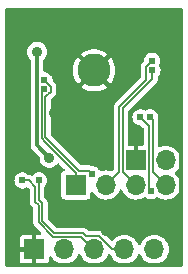
<source format=gbr>
%TF.GenerationSoftware,KiCad,Pcbnew,8.0.5*%
%TF.CreationDate,2025-07-05T11:02:35+01:00*%
%TF.ProjectId,sdrr wifi rev a,73647272-2077-4696-9669-207265762061,rev?*%
%TF.SameCoordinates,Original*%
%TF.FileFunction,Copper,L2,Bot*%
%TF.FilePolarity,Positive*%
%FSLAX46Y46*%
G04 Gerber Fmt 4.6, Leading zero omitted, Abs format (unit mm)*
G04 Created by KiCad (PCBNEW 8.0.5) date 2025-07-05 11:02:35*
%MOMM*%
%LPD*%
G01*
G04 APERTURE LIST*
%TA.AperFunction,ComponentPad*%
%ADD10R,1.700000X1.700000*%
%TD*%
%TA.AperFunction,ComponentPad*%
%ADD11O,1.700000X1.700000*%
%TD*%
%TA.AperFunction,ComponentPad*%
%ADD12C,2.800000*%
%TD*%
%TA.AperFunction,ViaPad*%
%ADD13C,0.914400*%
%TD*%
%TA.AperFunction,ViaPad*%
%ADD14C,0.609600*%
%TD*%
%TA.AperFunction,Conductor*%
%ADD15C,0.304800*%
%TD*%
%TA.AperFunction,Conductor*%
%ADD16C,0.152400*%
%TD*%
G04 APERTURE END LIST*
D10*
%TO.P,J3,1,Pin_1*%
%TO.N,GND*%
X60299600Y-63830200D03*
D11*
%TO.P,J3,2,Pin_2*%
%TO.N,+5V*%
X62839600Y-63830200D03*
%TD*%
D10*
%TO.P,J2,1,Pin_1*%
%TO.N,EN*%
X55219600Y-65913000D03*
D11*
%TO.P,J2,2,Pin_2*%
%TO.N,TXD*%
X57759600Y-65913000D03*
%TO.P,J2,3,Pin_3*%
%TO.N,RXD0*%
X60299600Y-65913000D03*
%TO.P,J2,4,Pin_4*%
%TO.N,BOOT*%
X62839600Y-65913000D03*
%TD*%
D12*
%TO.P,U1,49,GND*%
%TO.N,GND*%
X56769000Y-56210200D03*
%TD*%
D10*
%TO.P,J1,1,Pin_1*%
%TO.N,GND*%
X51689000Y-71374000D03*
D11*
%TO.P,J1,2,Pin_2*%
%TO.N,NRST*%
X54229000Y-71374000D03*
%TO.P,J1,3,Pin_3*%
%TO.N,SWD_DIO*%
X56769000Y-71374000D03*
%TO.P,J1,4,Pin_4*%
%TO.N,SWD_CLK*%
X59309000Y-71374000D03*
%TO.P,J1,5,Pin_5*%
%TO.N,+5V*%
X61849000Y-71374000D03*
%TD*%
D13*
%TO.N,GND*%
X61315600Y-58826400D03*
X57759600Y-69773800D03*
X50419000Y-63195200D03*
X60477400Y-54813200D03*
X53390800Y-59817000D03*
X57861200Y-63347600D03*
X53340000Y-54813200D03*
%TO.N,+3V3*%
X52984400Y-63601600D03*
X51943000Y-54635400D03*
D14*
%TO.N,SWD_DIO*%
X50699125Y-65530921D03*
%TO.N,SWD_CLK*%
X52095400Y-65532000D03*
%TO.N,RXD0*%
X61696600Y-56210200D03*
%TO.N,TXD*%
X61658400Y-55410200D03*
%TO.N,BOOT*%
X61518800Y-60198000D03*
%TO.N,EN*%
X52552600Y-57810200D03*
%TO.N,Net-(U1-IO8_JTD_BOOT)*%
X61569600Y-66421000D03*
X60687829Y-60179829D03*
%TO.N,Net-(U1-IO2_PU)*%
X52552600Y-57048197D03*
X56616600Y-64998600D03*
%TD*%
D15*
%TO.N,GND*%
X51694000Y-71374000D02*
X50190400Y-71374000D01*
X50190400Y-71374000D02*
X50038000Y-71526400D01*
X51689000Y-71374000D02*
X51689000Y-72644000D01*
X50038000Y-72491600D02*
X50215800Y-72669400D01*
X50038000Y-71526400D02*
X50038000Y-72491600D01*
X64109600Y-63982600D02*
X64109600Y-71602600D01*
X50215800Y-72669400D02*
X51714400Y-72669400D01*
X64109600Y-71602600D02*
X63042800Y-72669400D01*
X51689000Y-72644000D02*
X51714400Y-72669400D01*
X64109600Y-63982600D02*
X64109600Y-62966600D01*
X63042800Y-72669400D02*
X51714400Y-72669400D01*
%TO.N,+3V3*%
X51943000Y-54635400D02*
X51943000Y-62560200D01*
X51943000Y-62560200D02*
X52984400Y-63601600D01*
D16*
%TO.N,SWD_DIO*%
X52063200Y-69081200D02*
X53277400Y-70295400D01*
X52063200Y-67589400D02*
X52063200Y-69081200D01*
X53277400Y-70295400D02*
X55695400Y-70295400D01*
X51790600Y-67316800D02*
X52063200Y-67589400D01*
X55695400Y-70295400D02*
X56774000Y-71374000D01*
X50699125Y-65530921D02*
X51230721Y-65530921D01*
X51230721Y-65530921D02*
X51790600Y-66090800D01*
X51790600Y-66090800D02*
X51790600Y-67316800D01*
%TO.N,SWD_CLK*%
X52368000Y-68954948D02*
X53403652Y-69990600D01*
X55821652Y-69990600D02*
X56087452Y-70256400D01*
X57181771Y-70256400D02*
X58299371Y-71374000D01*
X53403652Y-69990600D02*
X55821652Y-69990600D01*
X56087452Y-70256400D02*
X57181771Y-70256400D01*
X52095400Y-65532000D02*
X52095400Y-67190548D01*
X58299371Y-71374000D02*
X59314000Y-71374000D01*
X52095400Y-67190548D02*
X52368000Y-67463148D01*
X52368000Y-67463148D02*
X52368000Y-68954948D01*
%TO.N,RXD0*%
X61696600Y-56921400D02*
X59182000Y-59436000D01*
X61696600Y-56210200D02*
X61696600Y-56921400D01*
X59182000Y-59436000D02*
X59182000Y-64795400D01*
X59182000Y-64795400D02*
X60299600Y-65913000D01*
%TO.N,TXD*%
X57759600Y-65913000D02*
X58877200Y-64795400D01*
X61163200Y-57023748D02*
X61163200Y-55905400D01*
X58877200Y-59309748D02*
X61163200Y-57023748D01*
X61163200Y-55905400D02*
X61658400Y-55410200D01*
X58877200Y-64795400D02*
X58877200Y-59309748D01*
%TO.N,BOOT*%
X61722000Y-64795400D02*
X62839600Y-65913000D01*
X61518800Y-60198000D02*
X61722000Y-60401200D01*
X61722000Y-60401200D02*
X61722000Y-64795400D01*
%TO.N,EN*%
X52324000Y-61976000D02*
X52328668Y-61976000D01*
X52328668Y-61976000D02*
X52605734Y-62253066D01*
X55219600Y-65913000D02*
X55219600Y-64866932D01*
X52324000Y-58038800D02*
X52552600Y-57810200D01*
X52605734Y-62253066D02*
X52324000Y-61971332D01*
X55219600Y-64866932D02*
X52605734Y-62253066D01*
X52324000Y-58038800D02*
X52324000Y-61976000D01*
%TO.N,Net-(U1-IO8_JTD_BOOT)*%
X60687829Y-60179829D02*
X61417200Y-60909200D01*
X61417200Y-60909200D02*
X61417200Y-66268600D01*
X61417200Y-66268600D02*
X61569600Y-66421000D01*
%TO.N,Net-(U1-IO2_PU)*%
X53086000Y-57589258D02*
X52752071Y-57255329D01*
X53086000Y-58031142D02*
X53086000Y-57589258D01*
X56616600Y-64998600D02*
X56311800Y-64693800D01*
X52628800Y-61845080D02*
X52628800Y-58488342D01*
X55477520Y-64693800D02*
X52628800Y-61845080D01*
X52552600Y-57055858D02*
X52552600Y-57048197D01*
X52866171Y-58250971D02*
X53086000Y-58031142D01*
X52752071Y-57255329D02*
X52552600Y-57055858D01*
X56311800Y-64693800D02*
X55477520Y-64693800D01*
X52628800Y-58488342D02*
X52866171Y-58250971D01*
%TD*%
%TA.AperFunction,Conductor*%
%TO.N,GND*%
G36*
X64203621Y-50922102D02*
G01*
X64250114Y-50975758D01*
X64261500Y-51028100D01*
X64261500Y-63421586D01*
X64241498Y-63489707D01*
X64187842Y-63536200D01*
X64117568Y-63546304D01*
X64052988Y-63516810D01*
X64014604Y-63457084D01*
X64013793Y-63454197D01*
X64013471Y-63452995D01*
X64001252Y-63407393D01*
X63910184Y-63212098D01*
X63786587Y-63035583D01*
X63634217Y-62883213D01*
X63457702Y-62759616D01*
X63262407Y-62668548D01*
X63262405Y-62668547D01*
X63262404Y-62668547D01*
X63054268Y-62612777D01*
X62839600Y-62593996D01*
X62624931Y-62612777D01*
X62416795Y-62668547D01*
X62416784Y-62668551D01*
X62358949Y-62695520D01*
X62288757Y-62706181D01*
X62223945Y-62677200D01*
X62185089Y-62617780D01*
X62179700Y-62581325D01*
X62179700Y-60413835D01*
X62187886Y-60369158D01*
X62190052Y-60363449D01*
X62210141Y-60198000D01*
X62210141Y-60197996D01*
X62190053Y-60032553D01*
X62130950Y-59876714D01*
X62081305Y-59804792D01*
X62036276Y-59739556D01*
X61911526Y-59629038D01*
X61763953Y-59551585D01*
X61763951Y-59551584D01*
X61602133Y-59511700D01*
X61602132Y-59511700D01*
X61435468Y-59511700D01*
X61435466Y-59511700D01*
X61273648Y-59551584D01*
X61273642Y-59551587D01*
X61179180Y-59601165D01*
X61109567Y-59615112D01*
X61062070Y-59601165D01*
X60932982Y-59533414D01*
X60932980Y-59533413D01*
X60771162Y-59493529D01*
X60771161Y-59493529D01*
X60604497Y-59493529D01*
X60604495Y-59493529D01*
X60442677Y-59533413D01*
X60442675Y-59533414D01*
X60295102Y-59610867D01*
X60170354Y-59721383D01*
X60170352Y-59721386D01*
X60075678Y-59858543D01*
X60016575Y-60014382D01*
X59996488Y-60179825D01*
X59996488Y-60179832D01*
X60016575Y-60345275D01*
X60075678Y-60501114D01*
X60145529Y-60602310D01*
X60170353Y-60638273D01*
X60295103Y-60748791D01*
X60442676Y-60826244D01*
X60604497Y-60866129D01*
X60674653Y-60866129D01*
X60742774Y-60886131D01*
X60763748Y-60903034D01*
X60922595Y-61061881D01*
X60956621Y-61124193D01*
X60959500Y-61150976D01*
X60959500Y-62473200D01*
X60939498Y-62541321D01*
X60885842Y-62587814D01*
X60833500Y-62599200D01*
X60490100Y-62599200D01*
X60490100Y-63363606D01*
X60365426Y-63330200D01*
X60233774Y-63330200D01*
X60109100Y-63363606D01*
X60109100Y-62599200D01*
X59765700Y-62599200D01*
X59697579Y-62579198D01*
X59651086Y-62525542D01*
X59639700Y-62473200D01*
X59639700Y-59677776D01*
X59659702Y-59609655D01*
X59676605Y-59588681D01*
X62062847Y-57202439D01*
X62062851Y-57202435D01*
X62123107Y-57098066D01*
X62123108Y-57098065D01*
X62124114Y-57094313D01*
X62153374Y-56985111D01*
X62154300Y-56981657D01*
X62154300Y-56778308D01*
X62174302Y-56710187D01*
X62196750Y-56683993D01*
X62211597Y-56670840D01*
X62214076Y-56668644D01*
X62308752Y-56531482D01*
X62367852Y-56375649D01*
X62367852Y-56375648D01*
X62367853Y-56375646D01*
X62387941Y-56210203D01*
X62387941Y-56210196D01*
X62367853Y-56044753D01*
X62353580Y-56007120D01*
X62308752Y-55888918D01*
X62283126Y-55851793D01*
X62260892Y-55784372D01*
X62269012Y-55735539D01*
X62270549Y-55731486D01*
X62270552Y-55731482D01*
X62329652Y-55575649D01*
X62329652Y-55575648D01*
X62329653Y-55575646D01*
X62349741Y-55410203D01*
X62349741Y-55410196D01*
X62329653Y-55244753D01*
X62270550Y-55088914D01*
X62216217Y-55010200D01*
X62175876Y-54951756D01*
X62051126Y-54841238D01*
X61903553Y-54763785D01*
X61903551Y-54763784D01*
X61741733Y-54723900D01*
X61741732Y-54723900D01*
X61575068Y-54723900D01*
X61575066Y-54723900D01*
X61413248Y-54763784D01*
X61413246Y-54763785D01*
X61265673Y-54841238D01*
X61140925Y-54951754D01*
X61140923Y-54951757D01*
X61046249Y-55088914D01*
X60987146Y-55244753D01*
X60966210Y-55417181D01*
X60938143Y-55482394D01*
X60930225Y-55491088D01*
X60796951Y-55624362D01*
X60796946Y-55624368D01*
X60736694Y-55728728D01*
X60709715Y-55829415D01*
X60709714Y-55829418D01*
X60705500Y-55845142D01*
X60705500Y-56781971D01*
X60685498Y-56850092D01*
X60668595Y-56871066D01*
X58510954Y-59028706D01*
X58510946Y-59028716D01*
X58450693Y-59133078D01*
X58450692Y-59133081D01*
X58450692Y-59133082D01*
X58444829Y-59154965D01*
X58444829Y-59154966D01*
X58419500Y-59249489D01*
X58419500Y-64553622D01*
X58399498Y-64621743D01*
X58382595Y-64642718D01*
X58306055Y-64719257D01*
X58243742Y-64753282D01*
X58184349Y-64751868D01*
X57974268Y-64695577D01*
X57759600Y-64676796D01*
X57544931Y-64695577D01*
X57396626Y-64735315D01*
X57373479Y-64741517D01*
X57302504Y-64739828D01*
X57243708Y-64700034D01*
X57229295Y-64678353D01*
X57228749Y-64677313D01*
X57179396Y-64605814D01*
X57134076Y-64540156D01*
X57113647Y-64522058D01*
X57009326Y-64429638D01*
X56861753Y-64352185D01*
X56861751Y-64352184D01*
X56699933Y-64312300D01*
X56699932Y-64312300D01*
X56600185Y-64312300D01*
X56537185Y-64295419D01*
X56488468Y-64267292D01*
X56488465Y-64267291D01*
X56372061Y-64236100D01*
X56372058Y-64236100D01*
X56372057Y-64236100D01*
X55719296Y-64236100D01*
X55651175Y-64216098D01*
X55630201Y-64199195D01*
X53123405Y-61692399D01*
X53089379Y-61630087D01*
X53086500Y-61603304D01*
X53086500Y-58730118D01*
X53106502Y-58661997D01*
X53123405Y-58641023D01*
X53232422Y-58532006D01*
X53452251Y-58312177D01*
X53512508Y-58207808D01*
X53543700Y-58091400D01*
X53543700Y-57970885D01*
X53543700Y-57529001D01*
X53517707Y-57431995D01*
X53512508Y-57412592D01*
X53452251Y-57308223D01*
X53452249Y-57308221D01*
X53452245Y-57308216D01*
X53280846Y-57136817D01*
X53246820Y-57074505D01*
X53244383Y-57051838D01*
X53223853Y-56882750D01*
X53164750Y-56726911D01*
X53115105Y-56654989D01*
X53070076Y-56589753D01*
X52945326Y-56479235D01*
X52797753Y-56401782D01*
X52797751Y-56401781D01*
X52635933Y-56361897D01*
X52635932Y-56361897D01*
X52602900Y-56361897D01*
X52534779Y-56341895D01*
X52488286Y-56288239D01*
X52476900Y-56235897D01*
X52476900Y-56210200D01*
X54983006Y-56210200D01*
X55002954Y-56476392D01*
X55062353Y-56736632D01*
X55062354Y-56736634D01*
X55159871Y-56985107D01*
X55159873Y-56985111D01*
X55293341Y-57216284D01*
X55293344Y-57216289D01*
X55382146Y-57327643D01*
X55382148Y-57327643D01*
X55796525Y-56913265D01*
X55853691Y-56991948D01*
X55987252Y-57125509D01*
X56065932Y-57182673D01*
X55648505Y-57600100D01*
X55655449Y-57606544D01*
X55655457Y-57606551D01*
X55875993Y-57756910D01*
X55876000Y-57756914D01*
X56116499Y-57872733D01*
X56116511Y-57872738D01*
X56371568Y-57951412D01*
X56371580Y-57951414D01*
X56635537Y-57991200D01*
X56902463Y-57991200D01*
X57166419Y-57951414D01*
X57166431Y-57951412D01*
X57421488Y-57872738D01*
X57421500Y-57872733D01*
X57661999Y-57756914D01*
X57662006Y-57756910D01*
X57882539Y-57606553D01*
X57889492Y-57600099D01*
X57472066Y-57182673D01*
X57550748Y-57125509D01*
X57684309Y-56991948D01*
X57741473Y-56913266D01*
X58155850Y-57327643D01*
X58155851Y-57327643D01*
X58244659Y-57216282D01*
X58378126Y-56985111D01*
X58378128Y-56985107D01*
X58475645Y-56736634D01*
X58475646Y-56736632D01*
X58535045Y-56476392D01*
X58554993Y-56210200D01*
X58535045Y-55944007D01*
X58475646Y-55683767D01*
X58475645Y-55683765D01*
X58378128Y-55435292D01*
X58378126Y-55435288D01*
X58244661Y-55204121D01*
X58244656Y-55204113D01*
X58155852Y-55092755D01*
X58155850Y-55092755D01*
X57741473Y-55507132D01*
X57684309Y-55428452D01*
X57550748Y-55294891D01*
X57472066Y-55237725D01*
X57889493Y-54820299D01*
X57889492Y-54820298D01*
X57882550Y-54813855D01*
X57882542Y-54813848D01*
X57662006Y-54663489D01*
X57661999Y-54663485D01*
X57421500Y-54547666D01*
X57421488Y-54547661D01*
X57166431Y-54468987D01*
X57166419Y-54468985D01*
X56902463Y-54429200D01*
X56635537Y-54429200D01*
X56371580Y-54468985D01*
X56371568Y-54468987D01*
X56116511Y-54547661D01*
X56116499Y-54547666D01*
X55876000Y-54663485D01*
X55875993Y-54663489D01*
X55655457Y-54813849D01*
X55655445Y-54813859D01*
X55648506Y-54820297D01*
X55648505Y-54820298D01*
X56065933Y-55237726D01*
X55987252Y-55294891D01*
X55853691Y-55428452D01*
X55796526Y-55507133D01*
X55382148Y-55092755D01*
X55382146Y-55092755D01*
X55293340Y-55204117D01*
X55159873Y-55435288D01*
X55159871Y-55435292D01*
X55062354Y-55683765D01*
X55062353Y-55683767D01*
X55002954Y-55944007D01*
X54983006Y-56210200D01*
X52476900Y-56210200D01*
X52476900Y-55344229D01*
X52496902Y-55276108D01*
X52509264Y-55259919D01*
X52577739Y-55183868D01*
X52625260Y-55131091D01*
X52713411Y-54978409D01*
X52767891Y-54810736D01*
X52786320Y-54635400D01*
X52767891Y-54460064D01*
X52757863Y-54429200D01*
X52713413Y-54292395D01*
X52713409Y-54292388D01*
X52625261Y-54139710D01*
X52625259Y-54139708D01*
X52507293Y-54008692D01*
X52364660Y-53905063D01*
X52203600Y-53833355D01*
X52031151Y-53796700D01*
X51854849Y-53796700D01*
X51682399Y-53833355D01*
X51521339Y-53905063D01*
X51378706Y-54008692D01*
X51260740Y-54139708D01*
X51260738Y-54139710D01*
X51172590Y-54292388D01*
X51172586Y-54292395D01*
X51118110Y-54460058D01*
X51118109Y-54460062D01*
X51118109Y-54460064D01*
X51099680Y-54635400D01*
X51118110Y-54810741D01*
X51172586Y-54978404D01*
X51172590Y-54978411D01*
X51260738Y-55131089D01*
X51260740Y-55131091D01*
X51376736Y-55259919D01*
X51407454Y-55323926D01*
X51409100Y-55344229D01*
X51409100Y-62489911D01*
X51409100Y-62630489D01*
X51419298Y-62668548D01*
X51445483Y-62766275D01*
X51445486Y-62766282D01*
X51515772Y-62888020D01*
X51515773Y-62888021D01*
X51515774Y-62888022D01*
X52106979Y-63479227D01*
X52141003Y-63541538D01*
X52143193Y-63581488D01*
X52141080Y-63601597D01*
X52159510Y-63776941D01*
X52213986Y-63944604D01*
X52213990Y-63944611D01*
X52302138Y-64097289D01*
X52302140Y-64097291D01*
X52420106Y-64228307D01*
X52430832Y-64236100D01*
X52562740Y-64331937D01*
X52723800Y-64403645D01*
X52896249Y-64440300D01*
X53072551Y-64440300D01*
X53245000Y-64403645D01*
X53406060Y-64331937D01*
X53548691Y-64228309D01*
X53559686Y-64216098D01*
X53642259Y-64124392D01*
X53702705Y-64087152D01*
X53773688Y-64088504D01*
X53824990Y-64119607D01*
X54227441Y-64522058D01*
X54261467Y-64584370D01*
X54256402Y-64655185D01*
X54213855Y-64712021D01*
X54193687Y-64724349D01*
X54144855Y-64748222D01*
X54144852Y-64748224D01*
X54054824Y-64838252D01*
X54054823Y-64838254D01*
X53998904Y-64952636D01*
X53998904Y-64952638D01*
X53988100Y-65026792D01*
X53988100Y-66799207D01*
X53998904Y-66873361D01*
X53998904Y-66873363D01*
X54054823Y-66987745D01*
X54054824Y-66987747D01*
X54144852Y-67077775D01*
X54144854Y-67077776D01*
X54259239Y-67133696D01*
X54333394Y-67144500D01*
X54333400Y-67144500D01*
X56105800Y-67144500D01*
X56105806Y-67144500D01*
X56179961Y-67133696D01*
X56294346Y-67077776D01*
X56384376Y-66987746D01*
X56440296Y-66873361D01*
X56451100Y-66799206D01*
X56451100Y-66589239D01*
X56471102Y-66521118D01*
X56524758Y-66474625D01*
X56595032Y-66464521D01*
X56659612Y-66494015D01*
X56684669Y-66527259D01*
X56686265Y-66526338D01*
X56689013Y-66531099D01*
X56812610Y-66707613D01*
X56812613Y-66707617D01*
X56964983Y-66859987D01*
X57141498Y-66983584D01*
X57336793Y-67074652D01*
X57544935Y-67130423D01*
X57759600Y-67149204D01*
X57974265Y-67130423D01*
X58182407Y-67074652D01*
X58377702Y-66983584D01*
X58554217Y-66859987D01*
X58706587Y-66707617D01*
X58830184Y-66531102D01*
X58915405Y-66348344D01*
X58962322Y-66295060D01*
X59030600Y-66275599D01*
X59098560Y-66296141D01*
X59143794Y-66348343D01*
X59229016Y-66531102D01*
X59352613Y-66707617D01*
X59504983Y-66859987D01*
X59681498Y-66983584D01*
X59876793Y-67074652D01*
X60084935Y-67130423D01*
X60299600Y-67149204D01*
X60514265Y-67130423D01*
X60722407Y-67074652D01*
X60917702Y-66983584D01*
X60977017Y-66942050D01*
X61044289Y-66919363D01*
X61113150Y-66936648D01*
X61132840Y-66950952D01*
X61176868Y-66989957D01*
X61176874Y-66989962D01*
X61324447Y-67067415D01*
X61486268Y-67107300D01*
X61486271Y-67107300D01*
X61652929Y-67107300D01*
X61652932Y-67107300D01*
X61814753Y-67067415D01*
X61962326Y-66989962D01*
X62006359Y-66950951D01*
X62070610Y-66920751D01*
X62140991Y-66930082D01*
X62162178Y-66942048D01*
X62221498Y-66983584D01*
X62221501Y-66983585D01*
X62221502Y-66983586D01*
X62257267Y-67000263D01*
X62416793Y-67074652D01*
X62624935Y-67130423D01*
X62839600Y-67149204D01*
X63054265Y-67130423D01*
X63262407Y-67074652D01*
X63457702Y-66983584D01*
X63634217Y-66859987D01*
X63786587Y-66707617D01*
X63910184Y-66531102D01*
X64001252Y-66335807D01*
X64013793Y-66289001D01*
X64050744Y-66228379D01*
X64114605Y-66197358D01*
X64185099Y-66205786D01*
X64239847Y-66250989D01*
X64261464Y-66318614D01*
X64261500Y-66321613D01*
X64261500Y-72695300D01*
X64241498Y-72763421D01*
X64187842Y-72809914D01*
X64135500Y-72821300D01*
X62162819Y-72821300D01*
X62094698Y-72801298D01*
X62048205Y-72747642D01*
X62038101Y-72677368D01*
X62067595Y-72612788D01*
X62127321Y-72574404D01*
X62130208Y-72573593D01*
X62271807Y-72535652D01*
X62467102Y-72444584D01*
X62643617Y-72320987D01*
X62795987Y-72168617D01*
X62919584Y-71992102D01*
X63010652Y-71796807D01*
X63066423Y-71588665D01*
X63085204Y-71374000D01*
X63066423Y-71159335D01*
X63010652Y-70951193D01*
X62919584Y-70755898D01*
X62795987Y-70579383D01*
X62643617Y-70427013D01*
X62467102Y-70303416D01*
X62271807Y-70212348D01*
X62271805Y-70212347D01*
X62271804Y-70212347D01*
X62063668Y-70156577D01*
X61849000Y-70137796D01*
X61634331Y-70156577D01*
X61426195Y-70212347D01*
X61426190Y-70212349D01*
X61230897Y-70303416D01*
X61054386Y-70427010D01*
X61054380Y-70427015D01*
X60902015Y-70579380D01*
X60902010Y-70579386D01*
X60778416Y-70755897D01*
X60693195Y-70938654D01*
X60646277Y-70991939D01*
X60578000Y-71011400D01*
X60510040Y-70990858D01*
X60464805Y-70938654D01*
X60450546Y-70908075D01*
X60379584Y-70755898D01*
X60255987Y-70579383D01*
X60103617Y-70427013D01*
X59927102Y-70303416D01*
X59731807Y-70212348D01*
X59731805Y-70212347D01*
X59731804Y-70212347D01*
X59523668Y-70156577D01*
X59309000Y-70137796D01*
X59094331Y-70156577D01*
X58886195Y-70212347D01*
X58886190Y-70212349D01*
X58690897Y-70303416D01*
X58514386Y-70427010D01*
X58362011Y-70579384D01*
X58362008Y-70579387D01*
X58361657Y-70579890D01*
X58361445Y-70580059D01*
X58358475Y-70583599D01*
X58357763Y-70583001D01*
X58306194Y-70624211D01*
X58235574Y-70631511D01*
X58172217Y-70599472D01*
X58169389Y-70596732D01*
X57462806Y-69890149D01*
X57462804Y-69890148D01*
X57462802Y-69890146D01*
X57358439Y-69829892D01*
X57358436Y-69829891D01*
X57242032Y-69798700D01*
X57242029Y-69798700D01*
X57242028Y-69798700D01*
X56329228Y-69798700D01*
X56261107Y-69778698D01*
X56240137Y-69761799D01*
X56102687Y-69624349D01*
X56102684Y-69624347D01*
X56102683Y-69624346D01*
X55998320Y-69564092D01*
X55998317Y-69564091D01*
X55881913Y-69532900D01*
X55881910Y-69532900D01*
X55881909Y-69532900D01*
X53645428Y-69532900D01*
X53577307Y-69512898D01*
X53556333Y-69495995D01*
X52862605Y-68802267D01*
X52828579Y-68739955D01*
X52825700Y-68713172D01*
X52825700Y-67402891D01*
X52825699Y-67402887D01*
X52794508Y-67286483D01*
X52794507Y-67286480D01*
X52734253Y-67182117D01*
X52734249Y-67182112D01*
X52696636Y-67144499D01*
X52649034Y-67096897D01*
X52590004Y-67037866D01*
X52555979Y-66975553D01*
X52553100Y-66948771D01*
X52553100Y-66100108D01*
X52573102Y-66031987D01*
X52595550Y-66005793D01*
X52612876Y-65990444D01*
X52707552Y-65853282D01*
X52766652Y-65697449D01*
X52766652Y-65697448D01*
X52766653Y-65697446D01*
X52786741Y-65532003D01*
X52786741Y-65531996D01*
X52766653Y-65366553D01*
X52707550Y-65210714D01*
X52616812Y-65079259D01*
X52612876Y-65073556D01*
X52576730Y-65041534D01*
X52488126Y-64963038D01*
X52340553Y-64885585D01*
X52340551Y-64885584D01*
X52178733Y-64845700D01*
X52178732Y-64845700D01*
X52012068Y-64845700D01*
X52012066Y-64845700D01*
X51850248Y-64885584D01*
X51850246Y-64885585D01*
X51702673Y-64963038D01*
X51577925Y-65073554D01*
X51572872Y-65079259D01*
X51571097Y-65077686D01*
X51524942Y-65115072D01*
X51454372Y-65122838D01*
X51413432Y-65107903D01*
X51407385Y-65104412D01*
X51290982Y-65073221D01*
X51290979Y-65073221D01*
X51290978Y-65073221D01*
X51265226Y-65073221D01*
X51197105Y-65053219D01*
X51181673Y-65041534D01*
X51091851Y-64961959D01*
X50944278Y-64884506D01*
X50944276Y-64884505D01*
X50782458Y-64844621D01*
X50782457Y-64844621D01*
X50615793Y-64844621D01*
X50615791Y-64844621D01*
X50453973Y-64884505D01*
X50453971Y-64884506D01*
X50306398Y-64961959D01*
X50181650Y-65072475D01*
X50181648Y-65072478D01*
X50086974Y-65209635D01*
X50027871Y-65365474D01*
X50007784Y-65530917D01*
X50007784Y-65530924D01*
X50027871Y-65696367D01*
X50086974Y-65852206D01*
X50181648Y-65989363D01*
X50181650Y-65989366D01*
X50229760Y-66031987D01*
X50306399Y-66099883D01*
X50453972Y-66177336D01*
X50615793Y-66217221D01*
X50615796Y-66217221D01*
X50782454Y-66217221D01*
X50782457Y-66217221D01*
X50944278Y-66177336D01*
X51049465Y-66122128D01*
X51119077Y-66108182D01*
X51185180Y-66134085D01*
X51197115Y-66144601D01*
X51295995Y-66243481D01*
X51330021Y-66305793D01*
X51332900Y-66332576D01*
X51332900Y-67377061D01*
X51364091Y-67493465D01*
X51364092Y-67493468D01*
X51424346Y-67597831D01*
X51424347Y-67597832D01*
X51424349Y-67597835D01*
X51568595Y-67742080D01*
X51602620Y-67804392D01*
X51605500Y-67831176D01*
X51605500Y-69141461D01*
X51636691Y-69257865D01*
X51636692Y-69257868D01*
X51696946Y-69362231D01*
X51696948Y-69362233D01*
X51696949Y-69362235D01*
X52262620Y-69927906D01*
X52296644Y-69990217D01*
X52291580Y-70061032D01*
X52249033Y-70117868D01*
X52182513Y-70142679D01*
X52173524Y-70143000D01*
X51879500Y-70143000D01*
X51879500Y-70907406D01*
X51754826Y-70874000D01*
X51623174Y-70874000D01*
X51498500Y-70907406D01*
X51498500Y-70143000D01*
X50802840Y-70143000D01*
X50728783Y-70153790D01*
X50728781Y-70153791D01*
X50614549Y-70209635D01*
X50614547Y-70209636D01*
X50524636Y-70299547D01*
X50524635Y-70299549D01*
X50468791Y-70413781D01*
X50468790Y-70413783D01*
X50458000Y-70487840D01*
X50458000Y-71183500D01*
X51222407Y-71183500D01*
X51189000Y-71308174D01*
X51189000Y-71439826D01*
X51222407Y-71564500D01*
X50458000Y-71564500D01*
X50458000Y-72260159D01*
X50468790Y-72334216D01*
X50468791Y-72334218D01*
X50524635Y-72448450D01*
X50524636Y-72448452D01*
X50614547Y-72538363D01*
X50614551Y-72538366D01*
X50704017Y-72582103D01*
X50756432Y-72629991D01*
X50774635Y-72698614D01*
X50752849Y-72766185D01*
X50697989Y-72811251D01*
X50648679Y-72821300D01*
X49377100Y-72821300D01*
X49308979Y-72801298D01*
X49262486Y-72747642D01*
X49251100Y-72695300D01*
X49251100Y-51028100D01*
X49271102Y-50959979D01*
X49324758Y-50913486D01*
X49377100Y-50902100D01*
X64135500Y-50902100D01*
X64203621Y-50922102D01*
G37*
%TD.AperFunction*%
%TA.AperFunction,Conductor*%
G36*
X53128512Y-71953943D02*
G01*
X53154309Y-71988120D01*
X53155665Y-71987338D01*
X53158413Y-71992099D01*
X53198373Y-72049167D01*
X53282013Y-72168617D01*
X53434383Y-72320987D01*
X53610898Y-72444584D01*
X53806193Y-72535652D01*
X53947792Y-72573593D01*
X54008415Y-72610545D01*
X54039436Y-72674405D01*
X54031008Y-72744900D01*
X53985805Y-72799647D01*
X53918180Y-72821264D01*
X53915181Y-72821300D01*
X52729321Y-72821300D01*
X52661200Y-72801298D01*
X52614707Y-72747642D01*
X52604603Y-72677368D01*
X52634097Y-72612788D01*
X52673983Y-72582103D01*
X52763448Y-72538366D01*
X52763452Y-72538363D01*
X52853363Y-72448452D01*
X52853364Y-72448450D01*
X52909208Y-72334218D01*
X52909209Y-72334216D01*
X52919999Y-72260159D01*
X52920000Y-72260151D01*
X52920000Y-72049167D01*
X52940002Y-71981046D01*
X52993658Y-71934553D01*
X53063932Y-71924449D01*
X53128512Y-71953943D01*
G37*
%TD.AperFunction*%
%TA.AperFunction,Conductor*%
G36*
X55567960Y-71757141D02*
G01*
X55613194Y-71809343D01*
X55698416Y-71992102D01*
X55822013Y-72168617D01*
X55974383Y-72320987D01*
X56150898Y-72444584D01*
X56346193Y-72535652D01*
X56487792Y-72573593D01*
X56548415Y-72610545D01*
X56579436Y-72674405D01*
X56571008Y-72744900D01*
X56525805Y-72799647D01*
X56458180Y-72821264D01*
X56455181Y-72821300D01*
X54542819Y-72821300D01*
X54474698Y-72801298D01*
X54428205Y-72747642D01*
X54418101Y-72677368D01*
X54447595Y-72612788D01*
X54507321Y-72574404D01*
X54510208Y-72573593D01*
X54651807Y-72535652D01*
X54847102Y-72444584D01*
X55023617Y-72320987D01*
X55175987Y-72168617D01*
X55299584Y-71992102D01*
X55384805Y-71809344D01*
X55431722Y-71756060D01*
X55500000Y-71736599D01*
X55567960Y-71757141D01*
G37*
%TD.AperFunction*%
%TA.AperFunction,Conductor*%
G36*
X58089110Y-71781112D02*
G01*
X58122705Y-71800508D01*
X58122706Y-71800508D01*
X58124384Y-71801477D01*
X58173377Y-71852860D01*
X58175578Y-71857346D01*
X58238416Y-71992102D01*
X58362013Y-72168617D01*
X58514383Y-72320987D01*
X58690898Y-72444584D01*
X58886193Y-72535652D01*
X59027792Y-72573593D01*
X59088415Y-72610545D01*
X59119436Y-72674405D01*
X59111008Y-72744900D01*
X59065805Y-72799647D01*
X58998180Y-72821264D01*
X58995181Y-72821300D01*
X57082819Y-72821300D01*
X57014698Y-72801298D01*
X56968205Y-72747642D01*
X56958101Y-72677368D01*
X56987595Y-72612788D01*
X57047321Y-72574404D01*
X57050208Y-72573593D01*
X57191807Y-72535652D01*
X57387102Y-72444584D01*
X57563617Y-72320987D01*
X57715987Y-72168617D01*
X57839584Y-71992102D01*
X57911919Y-71836979D01*
X57958834Y-71783697D01*
X58027111Y-71764236D01*
X58089110Y-71781112D01*
G37*
%TD.AperFunction*%
%TA.AperFunction,Conductor*%
G36*
X60647960Y-71757141D02*
G01*
X60693194Y-71809343D01*
X60778416Y-71992102D01*
X60902013Y-72168617D01*
X61054383Y-72320987D01*
X61230898Y-72444584D01*
X61426193Y-72535652D01*
X61567792Y-72573593D01*
X61628415Y-72610545D01*
X61659436Y-72674405D01*
X61651008Y-72744900D01*
X61605805Y-72799647D01*
X61538180Y-72821264D01*
X61535181Y-72821300D01*
X59622819Y-72821300D01*
X59554698Y-72801298D01*
X59508205Y-72747642D01*
X59498101Y-72677368D01*
X59527595Y-72612788D01*
X59587321Y-72574404D01*
X59590208Y-72573593D01*
X59731807Y-72535652D01*
X59927102Y-72444584D01*
X60103617Y-72320987D01*
X60255987Y-72168617D01*
X60379584Y-71992102D01*
X60464805Y-71809344D01*
X60511722Y-71756060D01*
X60580000Y-71736599D01*
X60647960Y-71757141D01*
G37*
%TD.AperFunction*%
%TA.AperFunction,Conductor*%
G36*
X64185099Y-64122986D02*
G01*
X64239847Y-64168189D01*
X64261464Y-64235814D01*
X64261500Y-64238813D01*
X64261500Y-65504386D01*
X64241498Y-65572507D01*
X64187842Y-65619000D01*
X64117568Y-65629104D01*
X64052988Y-65599610D01*
X64014604Y-65539884D01*
X64013793Y-65536997D01*
X64005055Y-65504386D01*
X64001252Y-65490193D01*
X63910184Y-65294898D01*
X63786587Y-65118383D01*
X63634217Y-64966013D01*
X63630327Y-64962123D01*
X63631775Y-64960674D01*
X63597404Y-64909018D01*
X63596274Y-64838030D01*
X63631117Y-64781867D01*
X63630327Y-64781077D01*
X63633700Y-64777703D01*
X63634213Y-64777189D01*
X63634217Y-64777187D01*
X63786587Y-64624817D01*
X63910184Y-64448302D01*
X64001252Y-64253007D01*
X64013793Y-64206201D01*
X64050744Y-64145579D01*
X64114605Y-64114558D01*
X64185099Y-64122986D01*
G37*
%TD.AperFunction*%
%TD*%
M02*

</source>
